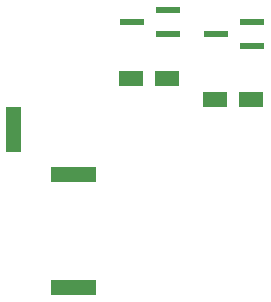
<source format=gbr>
G04 start of page 10 for group -4015 idx -4015 *
G04 Title: (unknown), toppaste *
G04 Creator: pcb 4.2.2 *
G04 CreationDate: Mon Nov  6 18:02:03 2023 UTC *
G04 For: thomasc *
G04 Format: Gerber/RS-274X *
G04 PCB-Dimensions (mil): 1125.00 1500.00 *
G04 PCB-Coordinate-Origin: lower left *
%MOIN*%
%FSLAX25Y25*%
%LNTOPPASTE*%
%ADD47C,0.0001*%
G54D47*G36*
X30000Y10000D02*Y5000D01*
X45000D01*
Y10000D01*
X30000D01*
G37*
G36*
Y47500D02*Y42500D01*
X45000D01*
Y47500D01*
X30000D01*
G37*
G36*
X20000Y67500D02*X15000D01*
Y52500D01*
X20000D01*
Y67500D01*
G37*
G36*
X80500Y72500D02*Y67500D01*
X88500D01*
Y72500D01*
X80500D01*
G37*
G36*
X92500D02*Y67500D01*
X100500D01*
Y72500D01*
X92500D01*
G37*
G36*
X93000Y89000D02*Y87000D01*
X101000D01*
Y89000D01*
X93000D01*
G37*
G36*
Y97000D02*Y95000D01*
X101000D01*
Y97000D01*
X93000D01*
G37*
G36*
X81000Y93000D02*Y91000D01*
X89000D01*
Y93000D01*
X81000D01*
G37*
G36*
X52500Y79500D02*Y74500D01*
X60500D01*
Y79500D01*
X52500D01*
G37*
G36*
X64500D02*Y74500D01*
X72500D01*
Y79500D01*
X64500D01*
G37*
G36*
X65000Y93000D02*Y91000D01*
X73000D01*
Y93000D01*
X65000D01*
G37*
G36*
Y101000D02*Y99000D01*
X73000D01*
Y101000D01*
X65000D01*
G37*
G36*
X53000Y97000D02*Y95000D01*
X61000D01*
Y97000D01*
X53000D01*
G37*
M02*

</source>
